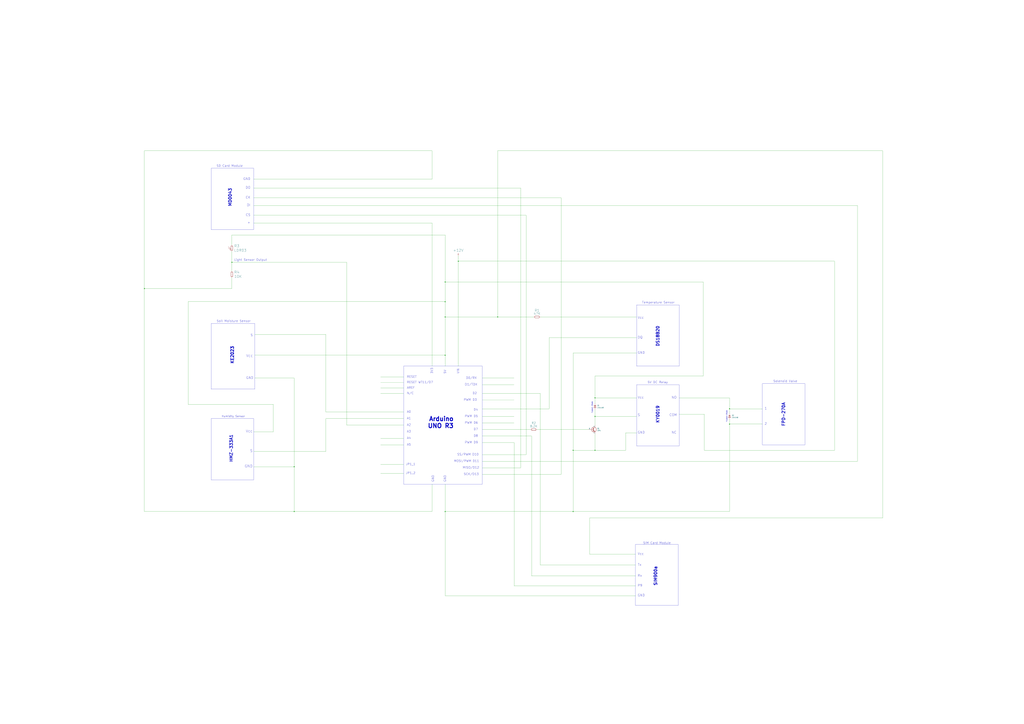
<source format=kicad_sch>
(kicad_sch (version 20230121) (generator eeschema)
  (paper "A0")
  (title_block (title "iSondlo Prototype") (date "2023-07-19") (rev "v1.0.0") (company "Engineers Without Borders"))
  (lib_symbols
    (symbol "Device:R" (pin_numbers hide) (pin_names (offset 0))
      (property "Reference" "R" (at 2.032 0 90))
      (property "Value" "R" (at 0 0 90))
      (symbol "R_0_1"
        (rectangle (start -1.016 -2.54) (end 1.016 2.54) (stroke (width 0.254)))
      )
      (symbol "R_1_1"
        (pin passive line (at 0 3.81 270) (length 1.27) (name "~") (number "1"))
        (pin passive line (at 0 -3.81 90) (length 1.27) (name "~") (number "2"))
      )
    )
    (symbol "Diode:1N4148" (pin_numbers hide) (pin_names hide)
      (property "Reference" "D" (at 0 2.54 0))
      (property "Value" "1N4148" (at 0 -2.54 0))
      (symbol "1N4148_0_1"
        (polyline (pts (xy -1.27 1.27) (xy -1.27 -1.27)) (stroke (width 0.254)))
        (polyline (pts (xy 1.27 0) (xy -1.27 0)))
        (polyline (pts (xy 1.27 1.27) (xy 1.27 -1.27) (xy -1.27 0) (xy 1.27 1.27)) (stroke (width 0.254)))
      )
      (symbol "1N4148_1_1"
        (pin passive line (at -3.81 0 0) (length 2.54) (name "K") (number "1"))
        (pin passive line (at 3.81 0 180) (length 2.54) (name "A") (number "2"))
      )
    )
    (symbol "Diode:1N4448" (pin_numbers hide) (pin_names hide)
      (property "Reference" "D" (at 0 2.54 0))
      (property "Value" "1N4448" (at 0 -2.54 0))
      (symbol "1N4448_0_1"
        (polyline (pts (xy -1.27 1.27) (xy -1.27 -1.27)) (stroke (width 0.254)))
        (polyline (pts (xy 1.27 0) (xy -1.27 0)))
        (polyline (pts (xy 1.27 1.27) (xy 1.27 -1.27) (xy -1.27 0) (xy 1.27 1.27)) (stroke (width 0.254)))
      )
      (symbol "1N4448_1_1"
        (pin passive line (at -3.81 0 0) (length 2.54) (name "K") (number "1"))
        (pin passive line (at 3.81 0 180) (length 2.54) (name "A") (number "2"))
      )
    )
    (symbol "Sensor_Optical:LDR03" (pin_numbers hide) (pin_names (offset 0))
      (property "Reference" "R" (at -5.08 0 90))
      (property "Value" "LDR03" (at 1.905 0 90))
      (symbol "LDR03_0_1"
        (rectangle (start -1.016 2.54) (end 1.016 -2.54) (stroke (width 0.254)))
        (polyline (pts (xy -1.524 -2.286) (xy -4.064 0.254)))
        (polyline (pts (xy -1.524 -2.286) (xy -2.286 -2.286)))
        (polyline (pts (xy -1.524 -2.286) (xy -1.524 -1.524)))
        (polyline (pts (xy -1.524 -0.762) (xy -4.064 1.778)))
        (polyline (pts (xy -1.524 -0.762) (xy -2.286 -0.762)))
        (polyline (pts (xy -1.524 -0.762) (xy -1.524 0)))
      )
      (symbol "LDR03_1_1"
        (pin passive line (at 0 3.81 270) (length 1.27) (name "~") (number "1"))
        (pin passive line (at 0 -3.81 90) (length 1.27) (name "~") (number "2"))
      )
    )
    (symbol "Simulation_SPICE:NPN" (pin_numbers hide) (pin_names (offset 0))
      (property "Reference" "Q" (at -2.54 7.62 0))
      (property "Value" "NPN" (at -2.54 5.08 0))
      (symbol "NPN_0_1"
        (polyline (pts (xy -2.54 0) (xy 0.635 0)) (stroke (width 0.1524)))
        (polyline (pts (xy 0.635 0.635) (xy 2.54 2.54)))
        (polyline (pts (xy 2.794 -1.27) (xy 2.794 -1.27)) (stroke (width 0.1524)))
        (polyline (pts (xy 2.794 -1.27) (xy 2.794 -1.27)) (stroke (width 0.1524)))
        (polyline (pts (xy 0.635 -0.635) (xy 2.54 -2.54) (xy 2.54 -2.54)))
        (polyline (pts (xy 0.635 1.905) (xy 0.635 -1.905) (xy 0.635 -1.905)) (stroke (width 0.508)))
        (polyline (pts (xy 1.27 -1.778) (xy 1.778 -1.27) (xy 2.286 -2.286) (xy 1.27 -1.778) (xy 1.27 -1.778)) (fill (type outline)))
        (circle (center 1.27 0) (radius 2.8194) (stroke (width 0.254)))
      )
      (symbol "NPN_1_1"
        (pin open_collector line (at 2.54 5.08 270) (length 2.54) (name "C") (number "1"))
        (pin input line (at -5.08 0 0) (length 2.54) (name "B") (number "2"))
        (pin open_emitter line (at 2.54 -5.08 90) (length 2.54) (name "E") (number "3"))
      )
    )
    (symbol "power:+12V" (power) (pin_names (offset 0))
      (property "Value" "+12V" (at 0 3.556 0))
      (symbol "+12V_0_1"
        (polyline (pts (xy -0.762 1.27) (xy 0 2.54)))
        (polyline (pts (xy 0 0) (xy 0 2.54)))
        (polyline (pts (xy 0 2.54) (xy 0.762 1.27)))
      )
      (symbol "+12V_1_1"
        (pin power_in line (at 0 0 90) (length 0) hide (name "+12V") (number "1"))
      )
    )
  )
  (junction (at 341.63 594.36))
  (junction (at 665.48 594.36))
  (junction (at 665.48 523.24))
  (junction (at 516.89 412.75))
  (junction (at 167.64 335.28))
  (junction (at 690.88 483.87))
  (junction (at 690.88 462.28))
  (junction (at 532.13 303.53))
  (junction (at 847.09 492.76))
  (junction (at 341.63 542.29))
  (junction (at 690.88 523.24))
  (junction (at 516.89 368.3))
  (junction (at 269.24 304.8))
  (junction (at 516.89 594.36))
  (junction (at 847.09 474.98))
  (junction (at 516.89 327.66))
  (junction (at 577.85 368.3))
  (junction (at 516.89 350.52))
  (wire (pts (xy 294.64 208.28) (xy 501.65 208.28)))
  (wire (pts (xy 560.07 491.49) (xy 596.9 491.49)))
  (wire (pts (xy 617.22 506.73) (xy 617.22 669.29)))
  (wire (pts (xy 441.96 444.5) (xy 468.63 444.5)))
  (wire (pts (xy 167.64 335.28) (xy 167.64 175.26)))
  (wire (pts (xy 560.07 535.94) (xy 995.68 535.94)))
  (wire (pts (xy 690.88 483.87) (xy 690.88 494.03)))
  (wire (pts (xy 560.07 499.11) (xy 615.95 499.11)))
  (wire (pts (xy 468.63 457.2) (xy 441.96 457.2)))
  (wire (pts (xy 637.54 474.98) (xy 637.54 392.43)))
  (wire (pts (xy 269.24 335.28) (xy 167.64 335.28)))
  (wire (pts (xy 532.13 303.53) (xy 532.13 425.45)))
  (wire (pts (xy 788.67 462.28) (xy 847.09 462.28)))
  (wire (pts (xy 516.89 350.52) (xy 516.89 368.3)))
  (wire (pts (xy 737.87 692.15) (xy 516.89 692.15)))
  (wire (pts (xy 501.65 259.08) (xy 501.65 425.45)))
  (wire (pts (xy 617.22 669.29) (xy 737.87 669.29)))
  (wire (pts (xy 885.19 492.76) (xy 847.09 492.76)))
  (wire (pts (xy 294.64 229.87) (xy 651.51 229.87)))
  (wire (pts (xy 684.53 601.98) (xy 1024.89 601.98)))
  (wire (pts (xy 441.96 549.91) (xy 468.63 549.91)))
  (wire (pts (xy 619.76 368.3) (xy 577.85 368.3)))
  (wire (pts (xy 737.87 680.72) (xy 596.9 680.72)))
  (wire (pts (xy 816.61 327.66) (xy 516.89 327.66)))
  (wire (pts (xy 684.53 601.98) (xy 684.53 643.89)))
  (wire (pts (xy 378.46 388.62) (xy 378.46 478.79)))
  (wire (pts (xy 726.44 502.92) (xy 726.44 523.24)))
  (wire (pts (xy 378.46 486.41) (xy 378.46 524.51)))
  (wire (pts (xy 665.48 523.24) (xy 690.88 523.24)))
  (wire (pts (xy 516.89 594.36) (xy 516.89 562.61)))
  (wire (pts (xy 739.14 410.21) (xy 665.48 410.21)))
  (wire (pts (xy 441.96 509.27) (xy 468.63 509.27)))
  (wire (pts (xy 627.38 368.3) (xy 739.14 368.3)))
  (wire (pts (xy 596.9 680.72) (xy 596.9 514.35)))
  (wire (pts (xy 737.87 656.59) (xy 627.38 656.59)))
  (wire (pts (xy 739.14 483.87) (xy 690.88 483.87)))
  (wire (pts (xy 269.24 304.8) (xy 269.24 314.96)))
  (wire (pts (xy 269.24 273.05) (xy 516.89 273.05)))
  (wire (pts (xy 739.14 462.28) (xy 690.88 462.28)))
  (wire (pts (xy 269.24 322.58) (xy 269.24 335.28)))
  (wire (pts (xy 560.07 514.35) (xy 596.9 514.35)))
  (wire (pts (xy 269.24 284.48) (xy 269.24 273.05)))
  (wire (pts (xy 690.88 436.88) (xy 816.61 436.88)))
  (wire (pts (xy 341.63 594.36) (xy 167.64 594.36)))
  (wire (pts (xy 516.89 327.66) (xy 516.89 350.52)))
  (wire (pts (xy 560.07 457.2) (xy 627.38 457.2)))
  (wire (pts (xy 627.38 457.2) (xy 627.38 656.59)))
  (wire (pts (xy 294.64 250.19) (xy 610.87 250.19)))
  (wire (pts (xy 1024.89 175.26) (xy 577.85 175.26)))
  (wire (pts (xy 294.64 238.76) (xy 995.68 238.76)))
  (wire (pts (xy 516.89 273.05) (xy 516.89 327.66)))
  (wire (pts (xy 560.07 464.82) (xy 596.9 464.82)))
  (wire (pts (xy 577.85 368.3) (xy 516.89 368.3)))
  (wire (pts (xy 847.09 474.98) (xy 847.09 462.28)))
  (wire (pts (xy 167.64 594.36) (xy 167.64 335.28)))
  (wire (pts (xy 560.07 551.18) (xy 651.51 551.18)))
  (wire (pts (xy 269.24 292.1) (xy 269.24 304.8)))
  (wire (pts (xy 294.64 542.29) (xy 341.63 542.29)))
  (wire (pts (xy 501.65 175.26) (xy 501.65 208.28)))
  (wire (pts (xy 341.63 542.29) (xy 341.63 594.36)))
  (wire (pts (xy 1024.89 601.98) (xy 1024.89 175.26)))
  (wire (pts (xy 378.46 478.79) (xy 468.63 478.79)))
  (wire (pts (xy 816.61 436.88) (xy 816.61 327.66)))
  (wire (pts (xy 665.48 410.21) (xy 665.48 523.24)))
  (wire (pts (xy 560.07 447.04) (xy 596.9 447.04)))
  (wire (pts (xy 218.44 350.52) (xy 516.89 350.52)))
  (wire (pts (xy 560.07 528.32) (xy 610.87 528.32)))
  (wire (pts (xy 294.64 259.08) (xy 501.65 259.08)))
  (wire (pts (xy 402.59 304.8) (xy 402.59 494.03)))
  (wire (pts (xy 317.5 501.65) (xy 317.5 469.9)))
  (wire (pts (xy 847.09 594.36) (xy 665.48 594.36)))
  (wire (pts (xy 532.13 297.18) (xy 532.13 303.53)))
  (wire (pts (xy 295.91 412.75) (xy 516.89 412.75)))
  (wire (pts (xy 501.65 562.61) (xy 501.65 594.36)))
  (wire (pts (xy 885.19 474.98) (xy 847.09 474.98)))
  (wire (pts (xy 441.96 438.15) (xy 468.63 438.15)))
  (wire (pts (xy 516.89 368.3) (xy 516.89 412.75)))
  (wire (pts (xy 560.07 506.73) (xy 617.22 506.73)))
  (wire (pts (xy 817.88 481.33) (xy 817.88 523.24)))
  (wire (pts (xy 516.89 412.75) (xy 516.89 425.45)))
  (wire (pts (xy 317.5 469.9) (xy 218.44 469.9)))
  (wire (pts (xy 294.64 524.51) (xy 378.46 524.51)))
  (wire (pts (xy 341.63 439.42) (xy 341.63 542.29)))
  (wire (pts (xy 441.96 450.85) (xy 468.63 450.85)))
  (wire (pts (xy 847.09 487.68) (xy 847.09 492.76)))
  (wire (pts (xy 295.91 439.42) (xy 341.63 439.42)))
  (wire (pts (xy 690.88 462.28) (xy 690.88 468.63)))
  (wire (pts (xy 847.09 474.98) (xy 847.09 480.06)))
  (wire (pts (xy 690.88 504.19) (xy 690.88 523.24)))
  (wire (pts (xy 737.87 643.89) (xy 684.53 643.89)))
  (wire (pts (xy 218.44 469.9) (xy 218.44 350.52)))
  (wire (pts (xy 969.01 523.24) (xy 969.01 303.53)))
  (wire (pts (xy 739.14 502.92) (xy 726.44 502.92)))
  (wire (pts (xy 295.91 388.62) (xy 378.46 388.62)))
  (wire (pts (xy 167.64 175.26) (xy 501.65 175.26)))
  (wire (pts (xy 560.07 439.42) (xy 596.9 439.42)))
  (wire (pts (xy 560.07 483.87) (xy 596.9 483.87)))
  (wire (pts (xy 847.09 492.76) (xy 847.09 594.36)))
  (wire (pts (xy 817.88 523.24) (xy 969.01 523.24)))
  (wire (pts (xy 378.46 486.41) (xy 468.63 486.41)))
  (wire (pts (xy 402.59 494.03) (xy 468.63 494.03)))
  (wire (pts (xy 560.07 474.98) (xy 637.54 474.98)))
  (wire (pts (xy 294.64 501.65) (xy 317.5 501.65)))
  (wire (pts (xy 501.65 594.36) (xy 341.63 594.36)))
  (wire (pts (xy 269.24 304.8) (xy 402.59 304.8)))
  (wire (pts (xy 788.67 481.33) (xy 817.88 481.33)))
  (wire (pts (xy 995.68 535.94) (xy 995.68 238.76)))
  (wire (pts (xy 637.54 392.43) (xy 739.14 392.43)))
  (wire (pts (xy 516.89 594.36) (xy 516.89 692.15)))
  (wire (pts (xy 577.85 175.26) (xy 577.85 368.3)))
  (wire (pts (xy 651.51 229.87) (xy 651.51 551.18)))
  (wire (pts (xy 690.88 523.24) (xy 726.44 523.24)))
  (wire (pts (xy 690.88 462.28) (xy 690.88 436.88)))
  (wire (pts (xy 604.52 543.56) (xy 604.52 218.44)))
  (wire (pts (xy 441.96 539.75) (xy 468.63 539.75)))
  (wire (pts (xy 665.48 594.36) (xy 516.89 594.36)))
  (wire (pts (xy 441.96 516.89) (xy 468.63 516.89)))
  (wire (pts (xy 623.57 499.11) (xy 683.26 499.11)))
  (wire (pts (xy 690.88 476.25) (xy 690.88 483.87)))
  (wire (pts (xy 294.64 218.44) (xy 604.52 218.44)))
  (wire (pts (xy 610.87 528.32) (xy 610.87 250.19)))
  (wire (pts (xy 560.07 543.56) (xy 604.52 543.56)))
  (wire (pts (xy 665.48 523.24) (xy 665.48 594.36)))
  (wire (pts (xy 532.13 303.53) (xy 969.01 303.53)))
  (rectangle (start 245.11 557.53) (end 294.64 486.41))
  (rectangle (start 739.14 354.33) (end 788.67 425.45))
  (rectangle (start 245.11 195.58) (end 294.64 266.7))
  (rectangle (start 245.11 375.92) (end 295.91 452.12))
  (rectangle (start 737.87 632.46) (end 787.4 703.58))
  (rectangle (start 468.63 425.45) (end 560.07 562.61))
  (rectangle (start 739.14 447.04) (end 788.67 518.16))
  (rectangle (start 885.19 445.77) (end 934.72 516.89))
  (text "2" (at 887.73 494.03 0) (effects (font (size 2.7 2.7)) (justify left bottom)))
  (text "Soil Moisture Sensor" (at 251.46 374.65 0) (effects (font (size 2.5 2.5)) (justify left bottom)))
  (text "GND" (at 740.41 411.48 0) (effects (font (size 2.7 2.7)) (justify left bottom)))
  (text "DI" (at 290.83 240.03 0) (effects (font (size 2.7 2.7)) (justify right bottom)))
  (text "A2" (at 472.44 495.3 0) (effects (font (size 2.5 2.5)) (justify left bottom)))
  (text "Vcc" (at 285.75 415.29 0) (effects (font (size 3 3)) (justify left bottom)))
  (text "1" (at 887.73 476.25 0) (effects (font (size 2.7 2.7)) (justify left bottom)))
  (text "Arduino\nUNO R3" (at 527.05 497.84 0) (effects (font (size 5 5) (thickness 1) bold) (justify right bottom)))
  (text "Vcc" (at 293.37 502.92 0) (effects (font (size 3 3)) (justify right bottom)))
  (text "D7" (at 549.91 500.38 0) (effects (font (size 2.5 2.5)) (justify left bottom)))
  (text "A5" (at 472.44 518.16 0) (effects (font (size 2.5 2.5)) (justify left bottom)))
  (text "SIM Card Module" (at 746.76 632.46 0) (effects (font (size 2.5 2.5)) (justify left bottom)))
  (text "HMZ-333A1\n" (at 270.51 537.21 90) (effects (font (size 3.5 3.5) (thickness 0.6) bold) (justify left bottom)))
  (text "Light Sensor Output" (at 309.88 303.53 0) (effects (font (size 2.5 2.5)) (justify right bottom)))
  (text "PWM D9" (at 539.75 515.62 0) (effects (font (size 2.5 2.5)) (justify left bottom)))
  (text "GND" (at 740.41 504.19 0) (effects (font (size 2.7 2.7)) (justify left bottom)))
  (text "D8" (at 549.91 508 0) (effects (font (size 2.5 2.5)) (justify left bottom)))
  (text "PWM D5" (at 539.75 485.14 0) (effects (font (size 2.5 2.5)) (justify left bottom)))
  (text "GND" (at 290.83 209.55 0) (effects (font (size 2.7 2.7)) (justify right bottom)))
  (text "Flyback Diode" (at 844.55 490.22 90) (effects (font (size 1.27 1.27)) (justify left bottom)))
  (text "NC" (at 779.78 504.19 0) (effects (font (size 2.7 2.7)) (justify left bottom)))
  (text "3V3" (at 502.92 434.34 90) (effects (font (size 2.5 2.5)) (justify left bottom)))
  (text "D2" (at 548.64 458.47 0) (effects (font (size 2.5 2.5)) (justify left bottom)))
  (text "GND" (at 518.16 560.07 90) (effects (font (size 2.5 2.5)) (justify left bottom)))
  (text "Tx" (at 740.41 657.86 0) (effects (font (size 2.7 2.7)) (justify left bottom)))
  (text "MOSI/PWM D11" (at 527.05 537.21 0) (effects (font (size 2.5 2.5)) (justify left bottom)))
  (text "5V DC Relay" (at 751.84 445.77 0) (effects (font (size 2.5 2.5)) (justify left bottom)))
  (text "DO" (at 290.83 219.71 0) (effects (font (size 2.7 2.7)) (justify right bottom)))
  (text "RESET" (at 472.44 439.42 0) (effects (font (size 2.5 2.5)) (justify left bottom)))
  (text "JP1_2" (at 471.17 551.18 0) (effects (font (size 2.5 2.5)) (justify left bottom)))
  (text "SIM900a" (at 763.27 680.72 90) (effects (font (size 3.5 3.5) (thickness 0.6) bold) (justify left bottom)))
  (text "A4" (at 472.44 510.54 0) (effects (font (size 2.5 2.5)) (justify left bottom)))
  (text "KY0019" (at 765.81 471.17 90) (effects (font (size 3.5 3.5) (thickness 0.6) bold) (justify right bottom)))
  (text "MISO/D12" (at 537.21 544.83 0) (effects (font (size 2.5 2.5)) (justify left bottom)))
  (text "Vcc" (at 740.41 463.55 0) (effects (font (size 2.7 2.7)) (justify left bottom)))
  (text "GND" (at 504.19 560.07 90) (effects (font (size 2.5 2.5)) (justify left bottom)))
  (text "DQ" (at 740.41 393.7 0) (effects (font (size 2.7 2.7)) (justify left bottom)))
  (text "S" (at 293.37 525.78 0) (effects (font (size 3 3)) (justify right bottom)))
  (text "GND" (at 740.41 693.42 0) (effects (font (size 2.7 2.7)) (justify left bottom)))
  (text "S" (at 290.83 391.16 0) (effects (font (size 2.7 2.7)) (justify left bottom)))
  (text "Temperature Sensor" (at 745.49 353.06 0) (effects (font (size 2.5 2.5)) (justify left bottom)))
  (text "SS/PWM D10" (at 530.86 529.59 0) (effects (font (size 2.5 2.5)) (justify left bottom)))
  (text "FPD-270A" (at 911.86 467.36 90) (effects (font (size 3.5 3.5) (thickness 0.6) bold) (justify right bottom)))
  (text "Vcc" (at 740.41 645.16 0) (effects (font (size 2.7 2.7)) (justify left bottom)))
  (text "S" (at 740.41 483.87 0) (effects (font (size 2.7 2.7)) (justify left bottom)))
  (text "PWM D3" (at 538.48 466.09 0) (effects (font (size 2.5 2.5)) (justify left bottom)))
  (text "GND" (at 285.75 440.69 0) (effects (font (size 2.7 2.7)) (justify left bottom)))
  (text "KE2023\n" (at 271.78 422.91 90) (effects (font (size 3.5 3.5) (thickness 0.7) bold) (justify left bottom)))
  (text "5V" (at 518.16 434.34 90) (effects (font (size 2.5 2.5)) (justify left bottom)))
  (text "CS" (at 290.83 251.46 0) (effects (font (size 2.7 2.7)) (justify right bottom)))
  (text "Vcc" (at 740.41 370.84 0) (effects (font (size 2.7 2.7)) (justify left bottom)))
  (text "+" (at 290.83 260.35 0) (effects (font (size 2.7 2.7)) (justify right bottom)))
  (text "SCK/D13" (at 538.48 552.45 0) (effects (font (size 2.5 2.5)) (justify left bottom)))
  (text "VIN" (at 533.4 434.34 90) (effects (font (size 2.5 2.5)) (justify left bottom)))
  (text "CK" (at 290.83 231.14 0) (effects (font (size 2.7 2.7)) (justify right bottom)))
  (text "COM" (at 777.24 483.87 0) (effects (font (size 2.7 2.7)) (justify left bottom)))
  (text "JP1_1" (at 471.17 541.02 0) (effects (font (size 2.5 2.5)) (justify left bottom)))
  (text "Humidity Sensor" (at 284.48 485.14 0) (effects (font (size 2.2 2.2)) (justify right bottom)))
  (text "GND\n" (at 293.37 543.56 0) (effects (font (size 3 3)) (justify right bottom)))
  (text "DS18B20" (at 765.81 378.46 90) (effects (font (size 3.5 3.5) (thickness 0.6) bold) (justify right bottom)))
  (text "Flyback Diode" (at 688.34 480.06 90) (effects (font (size 1.27 1.27)) (justify left bottom)))
  (text "N/C" (at 472.44 458.47 0) (effects (font (size 2.5 2.5)) (justify left bottom)))
  (text "MD0043" (at 269.24 218.44 90) (effects (font (size 3.5 3.5) (thickness 0.6) bold) (justify right bottom)))
  (text "AREF" (at 472.44 452.12 0) (effects (font (size 2.5 2.5)) (justify left bottom)))
  (text "D4" (at 549.91 477.52 0) (effects (font (size 2.5 2.5)) (justify left bottom)))
  (text "RESET WT11/D7" (at 472.44 445.77 0) (effects (font (size 2.5 2.5)) (justify left bottom)))
  (text "NO" (at 779.78 463.55 0) (effects (font (size 2.7 2.7)) (justify left bottom)))
  (text "EWB iSondlo Prototype v1.0.0" (at 242.57 -25.4 0) (effects (font (size 5 5)) (justify left bottom)))
  (text "SD Card Module" (at 281.94 194.31 0) (effects (font (size 2.5 2.5)) (justify right bottom)))
  (text "A3" (at 472.44 502.92 0) (effects (font (size 2.5 2.5)) (justify left bottom)))
  (text "A0" (at 472.44 480.06 0) (effects (font (size 2.5 2.5)) (justify left bottom)))
  (text "D1/TDX\n" (at 539.75 448.31 0) (effects (font (size 2.5 2.5)) (justify left bottom)))
  (text "PWM D6" (at 539.75 492.76 0) (effects (font (size 2.5 2.5)) (justify left bottom)))
  (text "Solenoid Valve" (at 897.89 444.5 0) (effects (font (size 2.5 2.5)) (justify left bottom)))
  (text "D0/RX" (at 541.02 440.69 0) (effects (font (size 2.5 2.5)) (justify left bottom)))
  (text "P9" (at 740.41 681.99 0) (effects (font (size 2.7 2.7)) (justify left bottom)))
  (text "A1" (at 472.44 487.68 0) (effects (font (size 2.5 2.5)) (justify left bottom)))
  (text "Rx" (at 740.41 670.56 0) (effects (font (size 2.7 2.7)) (justify left bottom)))
  (symbol (lib_id "Simulation_SPICE:NPN") (at 688.34 499.11 0) (unit 1)
    (property "Reference" "Q1" (at 693.42 497.84 0) (effects (justify left)))
    (property "Value" "NPN" (at 693.42 500.38 0) (effects (justify left)))
    (property "Sim.Device" "NPN" (effects hide))
    (property "Sim.Type" "GUMMELPOON" (effects hide))
    (property "Sim.Pins" "1=C 2=B 3=E" (effects hide))
  )
  (symbol (lib_id "Device:R") (at 623.57 368.3 90) (unit 1)
    (property "Reference" "R1" (at 623.57 360.68 90) (effects (font (size 2.7 2.7))))
    (property "Value" "47K" (at 623.57 364.49 90) (effects (font (size 2.7 2.7))))
  )
  (symbol (lib_id "Diode:1N4448") (at 690.88 472.44 270) (unit 1)
    (property "Reference" "D1" (at 693.42 471.17 90) (effects (justify left)))
    (property "Value" "1N4448" (at 693.42 473.71 90) (effects (justify left)))
    (property "Footprint" "Diode_THT:D_DO-35_SOD27_P7.62mm_Horizontal" (effects hide))
    (property "Datasheet" "https://assets.nexperia.com/documents/data-sheet/1N4148_1N4448.pdf" (effects hide))
    (property "Sim.Device" "D" (effects hide))
    (property "Sim.Pins" "1=K 2=A" (effects hide))
  )
  (symbol (lib_id "Device:R") (at 619.76 499.11 90) (unit 1)
    (property "Reference" "R2" (at 619.76 491.49 90) (effects (font (size 2.5 2.5))))
    (property "Value" "8.2K" (at 619.76 495.3 90) (effects (font (size 2.5 2.5))))
  )
  (symbol (lib_id "Diode:1N4148") (at 847.09 483.87 270) (unit 1)
    (property "Reference" "D2" (at 849.63 482.6 90) (effects (justify left)))
    (property "Value" "1N4148" (at 849.63 485.14 90) (effects (justify left)))
    (property "Footprint" "Diode_THT:D_DO-35_SOD27_P7.62mm_Horizontal" (effects hide))
    (property "Datasheet" "https://assets.nexperia.com/documents/data-sheet/1N4148_1N4448.pdf" (effects hide))
    (property "Sim.Device" "D" (effects hide))
    (property "Sim.Pins" "1=K 2=A" (effects hide))
  )
  (symbol (lib_id "power:+12V") (at 532.13 297.18 0) (unit 1)
    (property "Reference" "#PWR01" (effects hide))
    (property "Value" "+12V" (at 532.13 290.83 0) (effects (font (size 3 3))))
  )
  (symbol (lib_id "Sensor_Optical:LDR03") (at 269.24 288.29 0) (unit 1)
    (property "Reference" "R3" (at 271.78 285.75 0) (effects (font (size 3 3)) (justify left)))
    (property "Value" "LDR03" (at 271.78 290.83 0) (effects (font (size 3 3)) (justify left)))
    (property "Footprint" "OptoDevice:R_LDR_10x8.5mm_P7.6mm_Vertical" (effects hide))
    (property "Datasheet" "http://www.elektronica-componenten.nl/WebRoot/StoreNL/Shops/61422969/54F1/BA0C/C664/31B9/2173/C0A8/2AB9/2AEF/LDR03IMP.pdf" (effects hide))
  )
  (symbol (lib_id "Device:R") (at 269.24 318.77 0) (unit 1)
    (property "Reference" "R4" (at 271.78 316.23 0) (effects (font (size 3 3)) (justify left)))
    (property "Value" "10K" (at 271.78 321.31 0) (effects (font (size 3 3)) (justify left)))
  )
)
</source>
